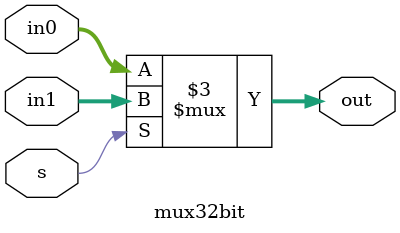
<source format=v>
`timescale 1ns/1ns
module mux32bit(input [31:0] in0, in1, input s, output reg [31:0] out);
    always @(in0, in1, s) begin
        out = 0;
        if(s) out = in1;
        else out = in0;
    end
endmodule
</source>
